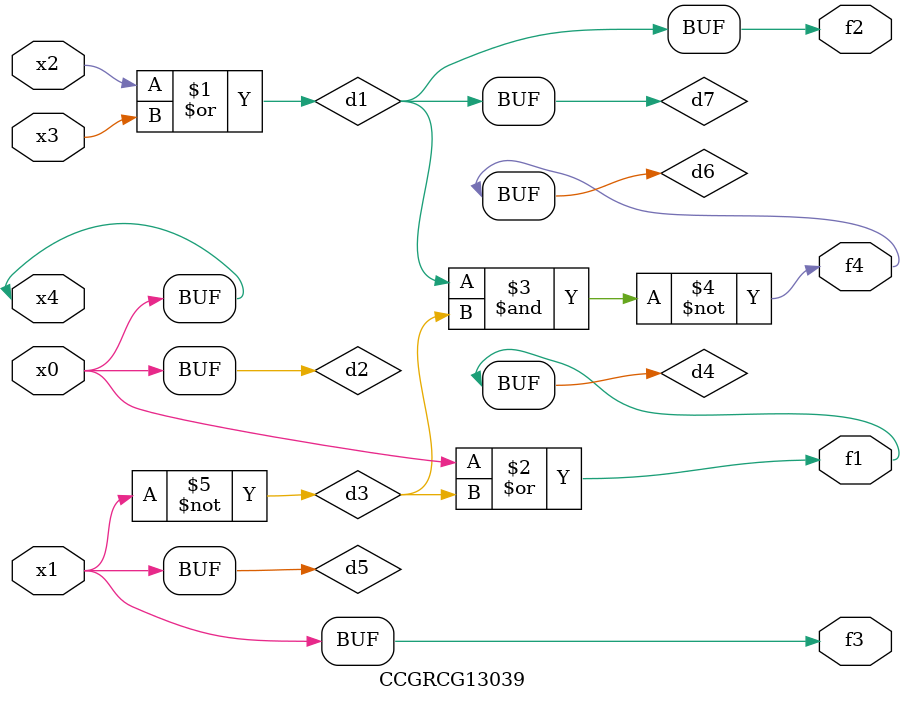
<source format=v>
module CCGRCG13039(
	input x0, x1, x2, x3, x4,
	output f1, f2, f3, f4
);

	wire d1, d2, d3, d4, d5, d6, d7;

	or (d1, x2, x3);
	buf (d2, x0, x4);
	not (d3, x1);
	or (d4, d2, d3);
	not (d5, d3);
	nand (d6, d1, d3);
	or (d7, d1);
	assign f1 = d4;
	assign f2 = d7;
	assign f3 = d5;
	assign f4 = d6;
endmodule

</source>
